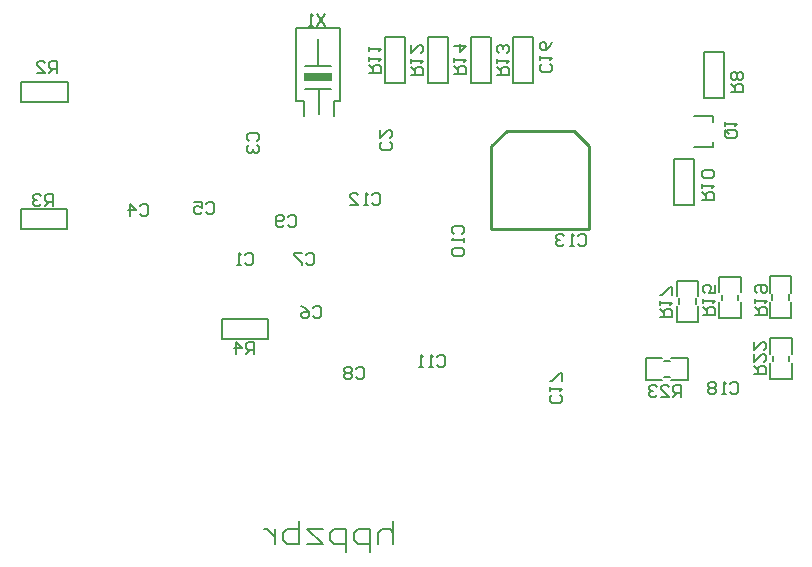
<source format=gbo>
G04*
G04 #@! TF.GenerationSoftware,Altium Limited,Altium Designer,18.1.6 (161)*
G04*
G04 Layer_Color=32896*
%FSLAX25Y25*%
%MOIN*%
G70*
G01*
G75*
%ADD10C,0.00787*%
%ADD11C,0.00700*%
%ADD14C,0.01000*%
%ADD83R,0.09200X0.02900*%
D10*
X235835Y58846D02*
Y65946D01*
X230389Y58846D02*
X235835D01*
X230389Y65946D02*
X235835D01*
X222056D02*
X227338D01*
X222056Y58846D02*
Y65946D01*
Y58846D02*
X227338D01*
X263474Y72895D02*
X270574D01*
Y67449D02*
Y72895D01*
X263474Y67449D02*
Y72895D01*
Y59115D02*
Y64398D01*
Y59115D02*
X270574D01*
Y64398D01*
X263271Y93328D02*
X270371D01*
Y87883D02*
Y93328D01*
X263271Y87883D02*
Y93328D01*
Y79549D02*
Y84831D01*
Y79549D02*
X270371D01*
Y84831D01*
X232228Y78110D02*
X239328D01*
X232228D02*
Y83556D01*
X239328Y78110D02*
Y83556D01*
Y86607D02*
Y91890D01*
X232228D02*
X239328D01*
X232228Y86607D02*
Y91890D01*
X246392Y79437D02*
X253492D01*
X246392D02*
Y84883D01*
X253492Y79437D02*
Y84883D01*
Y87934D02*
Y93217D01*
X246392D02*
X253492D01*
X246392Y87934D02*
Y93217D01*
X248040Y152739D02*
Y168139D01*
X241540Y152739D02*
X248040D01*
X241440Y168139D02*
X248040D01*
X241440Y152739D02*
Y168139D01*
X231366Y117011D02*
Y132411D01*
X237866D01*
X231366Y117011D02*
X237966D01*
Y132411D01*
X80616Y72484D02*
X96016D01*
X80616D02*
Y78984D01*
X96016Y72484D02*
Y79084D01*
X80616D02*
X96016D01*
X141686Y157807D02*
Y173207D01*
X135086Y157807D02*
X141686D01*
X135086Y173207D02*
X141586D01*
X135086Y157807D02*
Y173207D01*
X238069Y146670D02*
X244467D01*
X238069Y136434D02*
X244467D01*
Y138206D01*
Y144898D02*
Y146670D01*
X13491Y109053D02*
X28892D01*
X13491D02*
Y115653D01*
X28892Y109153D02*
Y115653D01*
X13491D02*
X28892D01*
X13779Y158180D02*
X29179D01*
Y151580D02*
Y158180D01*
X13779Y151580D02*
Y158080D01*
Y151580D02*
X29179D01*
X170159Y157807D02*
Y173207D01*
X163559Y157807D02*
X170159D01*
X163559Y173207D02*
X170059D01*
X163559Y157807D02*
Y173207D01*
X184396Y157807D02*
Y173207D01*
X177796Y157807D02*
X184396D01*
X177796Y173207D02*
X184296D01*
X177796Y157807D02*
Y173207D01*
X155923Y157807D02*
Y173207D01*
X149323Y157807D02*
X155923D01*
X149323Y173207D02*
X155823D01*
X149323Y157807D02*
Y173207D01*
X137795Y11808D02*
Y3937D01*
Y7873D01*
X136483Y9185D01*
X133860D01*
X132548Y7873D01*
Y3937D01*
X129924Y1313D02*
Y9185D01*
X125988D01*
X124676Y7873D01*
Y5249D01*
X125988Y3937D01*
X129924D01*
X122052Y1313D02*
Y9185D01*
X118117D01*
X116805Y7873D01*
Y5249D01*
X118117Y3937D01*
X122052D01*
X114181Y9185D02*
X108933D01*
X114181Y3937D01*
X108933D01*
X106309Y11808D02*
Y3937D01*
X102374D01*
X101062Y5249D01*
Y6561D01*
Y7873D01*
X102374Y9185D01*
X106309D01*
X98438D02*
Y3937D01*
Y6561D01*
X97126Y7873D01*
X95814Y9185D01*
X94502D01*
D11*
X228029Y65106D02*
X229829D01*
X228029Y59706D02*
X229829D01*
X264314Y65089D02*
Y66889D01*
X269714Y65089D02*
Y66889D01*
X264110Y85522D02*
Y87322D01*
X269511Y85522D02*
Y87322D01*
X238488Y84116D02*
Y85916D01*
X233088Y84116D02*
Y85916D01*
X252652Y85443D02*
Y87243D01*
X247252Y85443D02*
Y87243D01*
X112765Y163660D02*
Y172260D01*
X108365Y163560D02*
X116965D01*
X108365Y155860D02*
X116965D01*
X112865Y147260D02*
Y155860D01*
X105465Y151660D02*
X107965D01*
X105465D02*
Y176160D01*
X119965D01*
Y151660D02*
Y176160D01*
X117965Y151660D02*
X119965D01*
X107965Y146660D02*
Y151660D01*
X117965Y146660D02*
Y151660D01*
X199214Y106905D02*
X199881Y107571D01*
X201214D01*
X201880Y106905D01*
Y104239D01*
X201214Y103573D01*
X199881D01*
X199214Y104239D01*
X197881Y103573D02*
X196549D01*
X197215D01*
Y107571D01*
X197881Y106905D01*
X194549D02*
X193883Y107571D01*
X192550D01*
X191883Y106905D01*
Y106238D01*
X192550Y105572D01*
X193216D01*
X192550D01*
X191883Y104905D01*
Y104239D01*
X192550Y103573D01*
X193883D01*
X194549Y104239D01*
X193149Y53643D02*
X193816Y52976D01*
Y51644D01*
X193149Y50977D01*
X190483D01*
X189817Y51644D01*
Y52976D01*
X190483Y53643D01*
X189817Y54976D02*
Y56309D01*
Y55642D01*
X193816D01*
X193149Y54976D01*
X193816Y58308D02*
Y60974D01*
X193149D01*
X190483Y58308D01*
X189817D01*
X125276Y62483D02*
X125942Y63150D01*
X127275D01*
X127942Y62483D01*
Y59817D01*
X127275Y59151D01*
X125942D01*
X125276Y59817D01*
X123943Y62483D02*
X123276Y63150D01*
X121943D01*
X121277Y62483D01*
Y61817D01*
X121943Y61150D01*
X121277Y60484D01*
Y59817D01*
X121943Y59151D01*
X123276D01*
X123943Y59817D01*
Y60484D01*
X123276Y61150D01*
X123943Y61817D01*
Y62483D01*
X123276Y61150D02*
X121943D01*
X158010Y160900D02*
X162009D01*
Y162899D01*
X161342Y163566D01*
X160009D01*
X159343Y162899D01*
Y160900D01*
Y162233D02*
X158010Y163566D01*
Y164899D02*
Y166232D01*
Y165565D01*
X162009D01*
X161342Y164899D01*
X158010Y170230D02*
X162009D01*
X160009Y168231D01*
Y170897D01*
X172283Y160424D02*
X176281D01*
Y162423D01*
X175615Y163090D01*
X174282D01*
X173616Y162423D01*
Y160424D01*
Y161757D02*
X172283Y163090D01*
Y164423D02*
Y165756D01*
Y165089D01*
X176281D01*
X175615Y164423D01*
Y167755D02*
X176281Y168421D01*
Y169754D01*
X175615Y170421D01*
X174948D01*
X174282Y169754D01*
Y169088D01*
Y169754D01*
X173616Y170421D01*
X172949D01*
X172283Y169754D01*
Y168421D01*
X172949Y167755D01*
X143748Y160522D02*
X147747D01*
Y162521D01*
X147080Y163188D01*
X145747D01*
X145081Y162521D01*
Y160522D01*
Y161855D02*
X143748Y163188D01*
Y164521D02*
Y165854D01*
Y165187D01*
X147747D01*
X147080Y164521D01*
X143748Y170519D02*
Y167853D01*
X146414Y170519D01*
X147080D01*
X147747Y169852D01*
Y168519D01*
X147080Y167853D01*
X189935Y164125D02*
X190602Y163459D01*
Y162126D01*
X189935Y161459D01*
X187269D01*
X186603Y162126D01*
Y163459D01*
X187269Y164125D01*
X186603Y165458D02*
Y166791D01*
Y166124D01*
X190602D01*
X189935Y165458D01*
X190602Y171456D02*
X189935Y170123D01*
X188602Y168790D01*
X187269D01*
X186603Y169457D01*
Y170790D01*
X187269Y171456D01*
X187936D01*
X188602Y170790D01*
Y168790D01*
X102674Y113203D02*
X103340Y113870D01*
X104673D01*
X105340Y113203D01*
Y110537D01*
X104673Y109871D01*
X103340D01*
X102674Y110537D01*
X101341D02*
X100674Y109871D01*
X99341D01*
X98675Y110537D01*
Y113203D01*
X99341Y113870D01*
X100674D01*
X101341Y113203D01*
Y112537D01*
X100674Y111870D01*
X98675D01*
X158081Y107383D02*
X157414Y108049D01*
Y109382D01*
X158081Y110048D01*
X160747D01*
X161413Y109382D01*
Y108049D01*
X160747Y107383D01*
X161413Y106050D02*
Y104717D01*
Y105383D01*
X157414D01*
X158081Y106050D01*
Y102717D02*
X157414Y102051D01*
Y100718D01*
X158081Y100051D01*
X160747D01*
X161413Y100718D01*
Y102051D01*
X160747Y102717D01*
X158081D01*
X152363Y66279D02*
X153030Y66945D01*
X154363D01*
X155029Y66279D01*
Y63613D01*
X154363Y62947D01*
X153030D01*
X152363Y63613D01*
X151031Y62947D02*
X149698D01*
X150364D01*
Y66945D01*
X151031Y66279D01*
X147698Y62947D02*
X146365D01*
X147032D01*
Y66945D01*
X147698Y66279D01*
X130797Y120277D02*
X131463Y120944D01*
X132796D01*
X133463Y120277D01*
Y117611D01*
X132796Y116945D01*
X131463D01*
X130797Y117611D01*
X129464Y116945D02*
X128131D01*
X128797D01*
Y120944D01*
X129464Y120277D01*
X123466Y116945D02*
X126132D01*
X123466Y119611D01*
Y120277D01*
X124132Y120944D01*
X125465D01*
X126132Y120277D01*
X88354Y100436D02*
X89020Y101102D01*
X90353D01*
X91019Y100436D01*
Y97770D01*
X90353Y97104D01*
X89020D01*
X88354Y97770D01*
X87021Y97104D02*
X85688D01*
X86354D01*
Y101102D01*
X87021Y100436D01*
X75414Y117344D02*
X76080Y118010D01*
X77413D01*
X78079Y117344D01*
Y114678D01*
X77413Y114012D01*
X76080D01*
X75414Y114678D01*
X71415Y118010D02*
X74081D01*
Y116011D01*
X72748Y116678D01*
X72081D01*
X71415Y116011D01*
Y114678D01*
X72081Y114012D01*
X73414D01*
X74081Y114678D01*
X53432Y116712D02*
X54098Y117379D01*
X55431D01*
X56098Y116712D01*
Y114047D01*
X55431Y113380D01*
X54098D01*
X53432Y114047D01*
X50100Y113380D02*
Y117379D01*
X52099Y115379D01*
X49433D01*
X108712Y100436D02*
X109379Y101102D01*
X110712D01*
X111378Y100436D01*
Y97770D01*
X110712Y97104D01*
X109379D01*
X108712Y97770D01*
X107379Y101102D02*
X104714D01*
Y100436D01*
X107379Y97770D01*
Y97104D01*
X111128Y82837D02*
X111794Y83504D01*
X113127D01*
X113794Y82837D01*
Y80172D01*
X113127Y79505D01*
X111794D01*
X111128Y80172D01*
X107129Y83504D02*
X108462Y82837D01*
X109795Y81504D01*
Y80172D01*
X109128Y79505D01*
X107796D01*
X107129Y80172D01*
Y80838D01*
X107796Y81504D01*
X109795D01*
X250016Y57474D02*
X250683Y58140D01*
X252016D01*
X252682Y57474D01*
Y54808D01*
X252016Y54142D01*
X250683D01*
X250016Y54808D01*
X248684Y54142D02*
X247351D01*
X248017D01*
Y58140D01*
X248684Y57474D01*
X245351D02*
X244685Y58140D01*
X243352D01*
X242686Y57474D01*
Y56808D01*
X243352Y56141D01*
X242686Y55475D01*
Y54808D01*
X243352Y54142D01*
X244685D01*
X245351Y54808D01*
Y55475D01*
X244685Y56141D01*
X245351Y56808D01*
Y57474D01*
X244685Y56141D02*
X243352D01*
X136610Y138072D02*
X137277Y137405D01*
Y136072D01*
X136610Y135406D01*
X133945D01*
X133278Y136072D01*
Y137405D01*
X133945Y138072D01*
X133278Y142070D02*
Y139405D01*
X135944Y142070D01*
X136610D01*
X137277Y141404D01*
Y140071D01*
X136610Y139405D01*
X89762Y138256D02*
X89095Y138923D01*
Y140255D01*
X89762Y140922D01*
X92427D01*
X93094Y140255D01*
Y138923D01*
X92427Y138256D01*
X89762Y136923D02*
X89095Y136257D01*
Y134924D01*
X89762Y134257D01*
X90428D01*
X91094Y134924D01*
Y135590D01*
Y134924D01*
X91761Y134257D01*
X92427D01*
X93094Y134924D01*
Y136257D01*
X92427Y136923D01*
X249112Y141966D02*
X251778D01*
X252445Y141300D01*
Y139967D01*
X251778Y139300D01*
X249112D01*
X248446Y139967D01*
Y141300D01*
X249779Y140633D02*
X248446Y141966D01*
Y141300D02*
X249112Y141966D01*
X248446Y143299D02*
Y144632D01*
Y143965D01*
X252445D01*
X251778Y143299D01*
X91192Y67428D02*
Y71426D01*
X89192D01*
X88526Y70760D01*
Y69427D01*
X89192Y68761D01*
X91192D01*
X89859D02*
X88526Y67428D01*
X85194D02*
Y71426D01*
X87193Y69427D01*
X84527D01*
X24421Y116605D02*
Y120603D01*
X22422D01*
X21756Y119937D01*
Y118604D01*
X22422Y117938D01*
X24421D01*
X23088D02*
X21756Y116605D01*
X20423Y119937D02*
X19756Y120603D01*
X18423D01*
X17757Y119937D01*
Y119270D01*
X18423Y118604D01*
X19090D01*
X18423D01*
X17757Y117938D01*
Y117271D01*
X18423Y116605D01*
X19756D01*
X20423Y117271D01*
X25749Y161050D02*
Y165049D01*
X23750D01*
X23084Y164382D01*
Y163049D01*
X23750Y162383D01*
X25749D01*
X24417D02*
X23084Y161050D01*
X19085D02*
X21751D01*
X19085Y163716D01*
Y164382D01*
X19751Y165049D01*
X21084D01*
X21751Y164382D01*
X129803Y161125D02*
X133802D01*
Y163124D01*
X133135Y163791D01*
X131802D01*
X131136Y163124D01*
Y161125D01*
Y162458D02*
X129803Y163791D01*
Y165123D02*
Y166456D01*
Y165790D01*
X133802D01*
X133135Y165123D01*
X129803Y168456D02*
Y169789D01*
Y169122D01*
X133802D01*
X133135Y168456D01*
X250387Y154759D02*
X254385D01*
Y156758D01*
X253719Y157425D01*
X252386D01*
X251719Y156758D01*
Y154759D01*
Y156092D02*
X250387Y157425D01*
X253719Y158758D02*
X254385Y159424D01*
Y160757D01*
X253719Y161423D01*
X253052D01*
X252386Y160757D01*
X251719Y161423D01*
X251053D01*
X250387Y160757D01*
Y159424D01*
X251053Y158758D01*
X251719D01*
X252386Y159424D01*
X253052Y158758D01*
X253719D01*
X252386Y159424D02*
Y160757D01*
X241124Y80540D02*
X245122D01*
Y82540D01*
X244456Y83206D01*
X243123D01*
X242456Y82540D01*
Y80540D01*
Y81873D02*
X241124Y83206D01*
Y84539D02*
Y85872D01*
Y85206D01*
X245122D01*
X244456Y84539D01*
X245122Y90537D02*
Y87871D01*
X243123D01*
X243789Y89204D01*
Y89871D01*
X243123Y90537D01*
X241790D01*
X241124Y89871D01*
Y88538D01*
X241790Y87871D01*
X226630Y79849D02*
X230628D01*
Y81849D01*
X229962Y82515D01*
X228629D01*
X227963Y81849D01*
Y79849D01*
Y81182D02*
X226630Y82515D01*
Y83848D02*
Y85181D01*
Y84514D01*
X230628D01*
X229962Y83848D01*
X230628Y87180D02*
Y89846D01*
X229962D01*
X227296Y87180D01*
X226630D01*
X258377Y80540D02*
X262375D01*
Y82540D01*
X261709Y83206D01*
X260376D01*
X259710Y82540D01*
Y80540D01*
Y81873D02*
X258377Y83206D01*
Y84539D02*
Y85872D01*
Y85206D01*
X262375D01*
X261709Y84539D01*
X259043Y87871D02*
X258377Y88538D01*
Y89871D01*
X259043Y90537D01*
X261709D01*
X262375Y89871D01*
Y88538D01*
X261709Y87871D01*
X261043D01*
X260376Y88538D01*
Y90537D01*
X257859Y60699D02*
X261858D01*
Y62698D01*
X261192Y63365D01*
X259859D01*
X259192Y62698D01*
Y60699D01*
Y62032D02*
X257859Y63365D01*
Y67363D02*
Y64698D01*
X260525Y67363D01*
X261192D01*
X261858Y66697D01*
Y65364D01*
X261192Y64698D01*
X257859Y71362D02*
Y68696D01*
X260525Y71362D01*
X261192D01*
X261858Y70696D01*
Y69363D01*
X261192Y68696D01*
X240590Y118856D02*
X244589D01*
Y120855D01*
X243922Y121522D01*
X242589D01*
X241923Y120855D01*
Y118856D01*
Y120189D02*
X240590Y121522D01*
Y122855D02*
Y124188D01*
Y123521D01*
X244589D01*
X243922Y122855D01*
Y126187D02*
X244589Y126853D01*
Y128186D01*
X243922Y128853D01*
X241257D01*
X240590Y128186D01*
Y126853D01*
X241257Y126187D01*
X243922D01*
X115001Y180646D02*
X112336Y176648D01*
Y180646D02*
X115001Y176648D01*
X111003D02*
X109670D01*
X110336D01*
Y180646D01*
X111003Y179980D01*
X233531Y53107D02*
Y57105D01*
X231532D01*
X230865Y56439D01*
Y55106D01*
X231532Y54440D01*
X233531D01*
X232198D02*
X230865Y53107D01*
X226867D02*
X229532D01*
X226867Y55772D01*
Y56439D01*
X227533Y57105D01*
X228866D01*
X229532Y56439D01*
X225534D02*
X224867Y57105D01*
X223534D01*
X222868Y56439D01*
Y55772D01*
X223534Y55106D01*
X224201D01*
X223534D01*
X222868Y54440D01*
Y53773D01*
X223534Y53107D01*
X224867D01*
X225534Y53773D01*
D14*
X170455Y109108D02*
X203132D01*
X170455Y136608D02*
X175632Y141785D01*
X170455Y109108D02*
Y136608D01*
X175632Y141785D02*
X197955D01*
X203132Y136608D01*
Y109108D02*
Y136608D01*
D83*
X112565Y159809D02*
D03*
M02*

</source>
